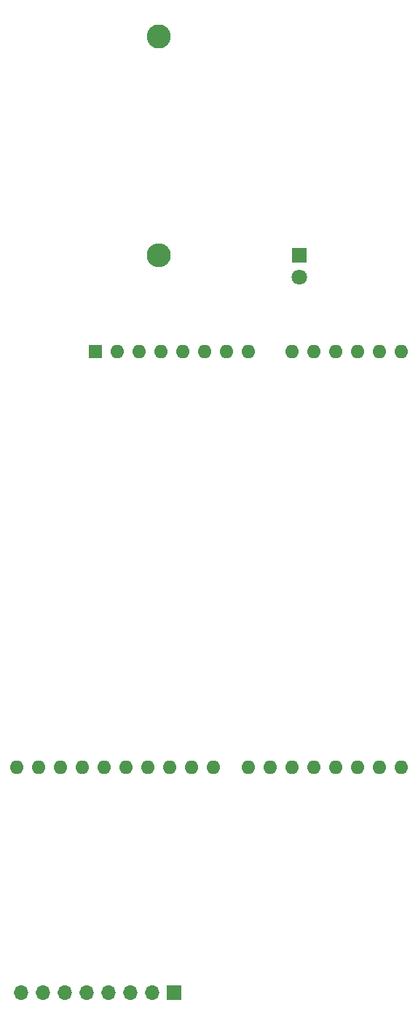
<source format=gbr>
%TF.GenerationSoftware,KiCad,Pcbnew,8.0.4*%
%TF.CreationDate,2025-01-03T11:27:22+01:00*%
%TF.ProjectId,miso_mosi,6d69736f-5f6d-46f7-9369-2e6b69636164,rev?*%
%TF.SameCoordinates,Original*%
%TF.FileFunction,Soldermask,Bot*%
%TF.FilePolarity,Negative*%
%FSLAX46Y46*%
G04 Gerber Fmt 4.6, Leading zero omitted, Abs format (unit mm)*
G04 Created by KiCad (PCBNEW 8.0.4) date 2025-01-03 11:27:22*
%MOMM*%
%LPD*%
G01*
G04 APERTURE LIST*
%ADD10R,1.800000X1.800000*%
%ADD11C,1.800000*%
%ADD12R,1.700000X1.700000*%
%ADD13O,1.700000X1.700000*%
%ADD14C,2.800000*%
%ADD15O,2.800000X2.800000*%
%ADD16R,1.600000X1.600000*%
%ADD17O,1.600000X1.600000*%
G04 APERTURE END LIST*
D10*
%TO.C,D1*%
X105319000Y-56662000D03*
D11*
X105319000Y-59202000D03*
%TD*%
D12*
%TO.C,RFID_RC522*%
X90790000Y-142183000D03*
D13*
X88250000Y-142183000D03*
X85710000Y-142183000D03*
X83170000Y-142183000D03*
X80630000Y-142183000D03*
X78090000Y-142183000D03*
X75550000Y-142183000D03*
X73010000Y-142183000D03*
%TD*%
D14*
%TO.C,R1*%
X89027000Y-31242000D03*
D15*
X89027000Y-56642000D03*
%TD*%
D16*
%TO.C,A1*%
X81661000Y-67818000D03*
D17*
X84201000Y-67818000D03*
X86741000Y-67818000D03*
X89281000Y-67818000D03*
X91821000Y-67818000D03*
X94361000Y-67818000D03*
X96901000Y-67818000D03*
X99441000Y-67818000D03*
X104521000Y-67818000D03*
X107061000Y-67818000D03*
X109601000Y-67818000D03*
X112141000Y-67818000D03*
X114681000Y-67818000D03*
X117221000Y-67818000D03*
X117221000Y-116078000D03*
X114681000Y-116078000D03*
X112141000Y-116078000D03*
X109601000Y-116078000D03*
X107061000Y-116078000D03*
X104521000Y-116078000D03*
X101981000Y-116078000D03*
X99441000Y-116078000D03*
X95381000Y-116078000D03*
X92841000Y-116078000D03*
X90301000Y-116078000D03*
X87761000Y-116078000D03*
X85221000Y-116078000D03*
X82681000Y-116078000D03*
X80141000Y-116078000D03*
X77601000Y-116078000D03*
X75061000Y-116078000D03*
X72521000Y-116078000D03*
%TD*%
M02*

</source>
